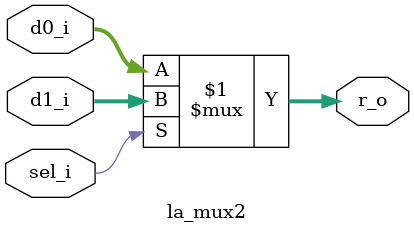
<source format=v>
module la_mux2 #(
    parameter WIDTH = 32
)(
    input wire[WIDTH - 1 : 0] d0_i,
    input wire[WIDTH - 1 : 0] d1_i,
    output wire[WIDTH - 1 : 0] r_o,
    input wire sel_i
);

    assign r_o = sel_i ? d1_i : d0_i;

endmodule
</source>
